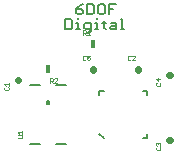
<source format=gbr>
G04 EAGLE Gerber RS-274X export*
G75*
%MOMM*%
%FSLAX34Y34*%
%LPD*%
%INSilkscreen Top*%
%IPPOS*%
%AMOC8*
5,1,8,0,0,1.08239X$1,22.5*%
G01*
%ADD10C,0.177800*%
%ADD11C,0.152400*%
%ADD12C,0.203200*%
%ADD13C,0.025400*%
%ADD14C,0.558800*%
%ADD15R,0.457200X0.762000*%


D10*
X67442Y156598D02*
X64645Y155200D01*
X61849Y152404D01*
X61849Y149607D01*
X63247Y148209D01*
X66044Y148209D01*
X67442Y149607D01*
X67442Y151005D01*
X66044Y152404D01*
X61849Y152404D01*
X71204Y156598D02*
X71204Y148209D01*
X75399Y148209D01*
X76797Y149607D01*
X76797Y155200D01*
X75399Y156598D01*
X71204Y156598D01*
X81958Y156598D02*
X84754Y156598D01*
X81958Y156598D02*
X80559Y155200D01*
X80559Y149607D01*
X81958Y148209D01*
X84754Y148209D01*
X86152Y149607D01*
X86152Y155200D01*
X84754Y156598D01*
X89915Y156598D02*
X89915Y148209D01*
X89915Y156598D02*
X95507Y156598D01*
X92711Y152404D02*
X89915Y152404D01*
D11*
X52832Y144025D02*
X52832Y135382D01*
X57154Y135382D01*
X58594Y136823D01*
X58594Y142585D01*
X57154Y144025D01*
X52832Y144025D01*
X62187Y141144D02*
X63628Y141144D01*
X63628Y135382D01*
X65068Y135382D02*
X62187Y135382D01*
X63628Y144025D02*
X63628Y145466D01*
X71305Y132501D02*
X72746Y132501D01*
X74186Y133941D01*
X74186Y141144D01*
X69865Y141144D01*
X68424Y139704D01*
X68424Y136823D01*
X69865Y135382D01*
X74186Y135382D01*
X77779Y141144D02*
X79220Y141144D01*
X79220Y135382D01*
X80660Y135382D02*
X77779Y135382D01*
X79220Y144025D02*
X79220Y145466D01*
X85457Y142585D02*
X85457Y136823D01*
X86897Y135382D01*
X86897Y141144D02*
X84016Y141144D01*
X91693Y141144D02*
X94574Y141144D01*
X96015Y139704D01*
X96015Y135382D01*
X91693Y135382D01*
X90253Y136823D01*
X91693Y138263D01*
X96015Y138263D01*
X99608Y144025D02*
X101048Y144025D01*
X101048Y135382D01*
X99608Y135382D02*
X102489Y135382D01*
D12*
X31100Y88500D02*
X23100Y88500D01*
X45100Y88500D02*
X53100Y88500D01*
X53100Y38500D02*
X45100Y38500D01*
X31100Y38500D02*
X23100Y38500D01*
X37100Y73500D02*
X37102Y73563D01*
X37108Y73625D01*
X37118Y73687D01*
X37131Y73749D01*
X37149Y73809D01*
X37170Y73868D01*
X37195Y73926D01*
X37224Y73982D01*
X37256Y74036D01*
X37291Y74088D01*
X37329Y74137D01*
X37371Y74185D01*
X37415Y74229D01*
X37463Y74271D01*
X37512Y74309D01*
X37564Y74344D01*
X37618Y74376D01*
X37674Y74405D01*
X37732Y74430D01*
X37791Y74451D01*
X37851Y74469D01*
X37913Y74482D01*
X37975Y74492D01*
X38037Y74498D01*
X38100Y74500D01*
X38163Y74498D01*
X38225Y74492D01*
X38287Y74482D01*
X38349Y74469D01*
X38409Y74451D01*
X38468Y74430D01*
X38526Y74405D01*
X38582Y74376D01*
X38636Y74344D01*
X38688Y74309D01*
X38737Y74271D01*
X38785Y74229D01*
X38829Y74185D01*
X38871Y74137D01*
X38909Y74088D01*
X38944Y74036D01*
X38976Y73982D01*
X39005Y73926D01*
X39030Y73868D01*
X39051Y73809D01*
X39069Y73749D01*
X39082Y73687D01*
X39092Y73625D01*
X39098Y73563D01*
X39100Y73500D01*
X39098Y73437D01*
X39092Y73375D01*
X39082Y73313D01*
X39069Y73251D01*
X39051Y73191D01*
X39030Y73132D01*
X39005Y73074D01*
X38976Y73018D01*
X38944Y72964D01*
X38909Y72912D01*
X38871Y72863D01*
X38829Y72815D01*
X38785Y72771D01*
X38737Y72729D01*
X38688Y72691D01*
X38636Y72656D01*
X38582Y72624D01*
X38526Y72595D01*
X38468Y72570D01*
X38409Y72549D01*
X38349Y72531D01*
X38287Y72518D01*
X38225Y72508D01*
X38163Y72502D01*
X38100Y72500D01*
X38037Y72502D01*
X37975Y72508D01*
X37913Y72518D01*
X37851Y72531D01*
X37791Y72549D01*
X37732Y72570D01*
X37674Y72595D01*
X37618Y72624D01*
X37564Y72656D01*
X37512Y72691D01*
X37463Y72729D01*
X37415Y72771D01*
X37371Y72815D01*
X37329Y72863D01*
X37291Y72912D01*
X37256Y72964D01*
X37224Y73018D01*
X37195Y73074D01*
X37170Y73132D01*
X37149Y73191D01*
X37131Y73251D01*
X37118Y73313D01*
X37108Y73375D01*
X37102Y73437D01*
X37100Y73500D01*
D13*
X15747Y43307D02*
X12570Y43307D01*
X15747Y43307D02*
X16383Y43943D01*
X16383Y45214D01*
X15747Y45849D01*
X12570Y45849D01*
X13841Y47049D02*
X12570Y48320D01*
X16383Y48320D01*
X16383Y47049D02*
X16383Y49591D01*
D14*
X13005Y92710D02*
X12395Y92710D01*
D13*
X1775Y86489D02*
X1140Y85854D01*
X1140Y84583D01*
X1775Y83947D01*
X4317Y83947D01*
X4953Y84583D01*
X4953Y85854D01*
X4317Y86489D01*
X2411Y87689D02*
X1140Y88960D01*
X4953Y88960D01*
X4953Y87689D02*
X4953Y90231D01*
D14*
X114300Y101295D02*
X114300Y101905D01*
D13*
X108079Y112525D02*
X107444Y113160D01*
X106173Y113160D01*
X105537Y112525D01*
X105537Y109983D01*
X106173Y109347D01*
X107444Y109347D01*
X108079Y109983D01*
X109279Y109347D02*
X111821Y109347D01*
X109279Y109347D02*
X111821Y111889D01*
X111821Y112525D01*
X111186Y113160D01*
X109915Y113160D01*
X109279Y112525D01*
D15*
X76200Y123190D03*
D13*
X67437Y130937D02*
X67437Y134750D01*
X69344Y134750D01*
X69979Y134115D01*
X69979Y132844D01*
X69344Y132208D01*
X67437Y132208D01*
X68708Y132208D02*
X69979Y130937D01*
X71179Y133479D02*
X72450Y134750D01*
X72450Y130937D01*
X71179Y130937D02*
X73721Y130937D01*
D15*
X38100Y101600D03*
D13*
X39633Y93856D02*
X39633Y90043D01*
X39633Y93856D02*
X41539Y93856D01*
X42175Y93221D01*
X42175Y91950D01*
X41539Y91314D01*
X39633Y91314D01*
X40904Y91314D02*
X42175Y90043D01*
X43375Y90043D02*
X45917Y90043D01*
X43375Y90043D02*
X45917Y92585D01*
X45917Y93221D01*
X45282Y93856D01*
X44010Y93856D01*
X43375Y93221D01*
D14*
X140665Y41910D02*
X141275Y41910D01*
D13*
X130045Y35689D02*
X129410Y35054D01*
X129410Y33783D01*
X130045Y33147D01*
X132587Y33147D01*
X133223Y33783D01*
X133223Y35054D01*
X132587Y35689D01*
X130045Y36889D02*
X129410Y37525D01*
X129410Y38796D01*
X130045Y39431D01*
X130681Y39431D01*
X131316Y38796D01*
X131316Y38160D01*
X131316Y38796D02*
X131952Y39431D01*
X132587Y39431D01*
X133223Y38796D01*
X133223Y37525D01*
X132587Y36889D01*
D14*
X140665Y96520D02*
X141275Y96520D01*
D13*
X130045Y90299D02*
X129410Y89664D01*
X129410Y88393D01*
X130045Y87757D01*
X132587Y87757D01*
X133223Y88393D01*
X133223Y89664D01*
X132587Y90299D01*
X133223Y93406D02*
X129410Y93406D01*
X131316Y91499D01*
X131316Y94041D01*
D14*
X76200Y101295D02*
X76200Y101905D01*
D13*
X69979Y112525D02*
X69344Y113160D01*
X68073Y113160D01*
X67437Y112525D01*
X67437Y109983D01*
X68073Y109347D01*
X69344Y109347D01*
X69979Y109983D01*
X71179Y113160D02*
X73721Y113160D01*
X71179Y113160D02*
X71179Y111254D01*
X72450Y111889D01*
X73086Y111889D01*
X73721Y111254D01*
X73721Y109983D01*
X73086Y109347D01*
X71815Y109347D01*
X71179Y109983D01*
D12*
X121600Y83500D02*
X121600Y80000D01*
X121600Y83500D02*
X118100Y83500D01*
X121600Y47000D02*
X121600Y43500D01*
X118100Y43500D01*
X85100Y83500D02*
X81600Y83500D01*
X81600Y80000D01*
X81600Y47000D02*
X85100Y43500D01*
M02*

</source>
